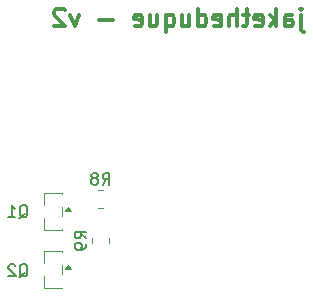
<source format=gbo>
G04 #@! TF.GenerationSoftware,KiCad,Pcbnew,9.0.7*
G04 #@! TF.CreationDate,2026-01-19T10:27:03-08:00*
G04 #@! TF.ProjectId,Tesla Ambient Lighting,5465736c-6120-4416-9d62-69656e74204c,rev?*
G04 #@! TF.SameCoordinates,Original*
G04 #@! TF.FileFunction,Legend,Bot*
G04 #@! TF.FilePolarity,Positive*
%FSLAX46Y46*%
G04 Gerber Fmt 4.6, Leading zero omitted, Abs format (unit mm)*
G04 Created by KiCad (PCBNEW 9.0.7) date 2026-01-19 10:27:03*
%MOMM*%
%LPD*%
G01*
G04 APERTURE LIST*
%ADD10C,0.300000*%
%ADD11C,0.150000*%
%ADD12C,0.120000*%
G04 APERTURE END LIST*
D10*
X166945489Y-80800828D02*
X166945489Y-82086542D01*
X166945489Y-82086542D02*
X167016917Y-82229400D01*
X167016917Y-82229400D02*
X167159774Y-82300828D01*
X167159774Y-82300828D02*
X167231203Y-82300828D01*
X166945489Y-80300828D02*
X167016917Y-80372257D01*
X167016917Y-80372257D02*
X166945489Y-80443685D01*
X166945489Y-80443685D02*
X166874060Y-80372257D01*
X166874060Y-80372257D02*
X166945489Y-80300828D01*
X166945489Y-80300828D02*
X166945489Y-80443685D01*
X165588346Y-81800828D02*
X165588346Y-81015114D01*
X165588346Y-81015114D02*
X165659774Y-80872257D01*
X165659774Y-80872257D02*
X165802631Y-80800828D01*
X165802631Y-80800828D02*
X166088346Y-80800828D01*
X166088346Y-80800828D02*
X166231203Y-80872257D01*
X165588346Y-81729400D02*
X165731203Y-81800828D01*
X165731203Y-81800828D02*
X166088346Y-81800828D01*
X166088346Y-81800828D02*
X166231203Y-81729400D01*
X166231203Y-81729400D02*
X166302631Y-81586542D01*
X166302631Y-81586542D02*
X166302631Y-81443685D01*
X166302631Y-81443685D02*
X166231203Y-81300828D01*
X166231203Y-81300828D02*
X166088346Y-81229400D01*
X166088346Y-81229400D02*
X165731203Y-81229400D01*
X165731203Y-81229400D02*
X165588346Y-81157971D01*
X164874060Y-81800828D02*
X164874060Y-80300828D01*
X164731203Y-81229400D02*
X164302631Y-81800828D01*
X164302631Y-80800828D02*
X164874060Y-81372257D01*
X163088345Y-81729400D02*
X163231202Y-81800828D01*
X163231202Y-81800828D02*
X163516917Y-81800828D01*
X163516917Y-81800828D02*
X163659774Y-81729400D01*
X163659774Y-81729400D02*
X163731202Y-81586542D01*
X163731202Y-81586542D02*
X163731202Y-81015114D01*
X163731202Y-81015114D02*
X163659774Y-80872257D01*
X163659774Y-80872257D02*
X163516917Y-80800828D01*
X163516917Y-80800828D02*
X163231202Y-80800828D01*
X163231202Y-80800828D02*
X163088345Y-80872257D01*
X163088345Y-80872257D02*
X163016917Y-81015114D01*
X163016917Y-81015114D02*
X163016917Y-81157971D01*
X163016917Y-81157971D02*
X163731202Y-81300828D01*
X162588345Y-80800828D02*
X162016917Y-80800828D01*
X162374060Y-80300828D02*
X162374060Y-81586542D01*
X162374060Y-81586542D02*
X162302631Y-81729400D01*
X162302631Y-81729400D02*
X162159774Y-81800828D01*
X162159774Y-81800828D02*
X162016917Y-81800828D01*
X161516917Y-81800828D02*
X161516917Y-80300828D01*
X160874060Y-81800828D02*
X160874060Y-81015114D01*
X160874060Y-81015114D02*
X160945488Y-80872257D01*
X160945488Y-80872257D02*
X161088345Y-80800828D01*
X161088345Y-80800828D02*
X161302631Y-80800828D01*
X161302631Y-80800828D02*
X161445488Y-80872257D01*
X161445488Y-80872257D02*
X161516917Y-80943685D01*
X159588345Y-81729400D02*
X159731202Y-81800828D01*
X159731202Y-81800828D02*
X160016917Y-81800828D01*
X160016917Y-81800828D02*
X160159774Y-81729400D01*
X160159774Y-81729400D02*
X160231202Y-81586542D01*
X160231202Y-81586542D02*
X160231202Y-81015114D01*
X160231202Y-81015114D02*
X160159774Y-80872257D01*
X160159774Y-80872257D02*
X160016917Y-80800828D01*
X160016917Y-80800828D02*
X159731202Y-80800828D01*
X159731202Y-80800828D02*
X159588345Y-80872257D01*
X159588345Y-80872257D02*
X159516917Y-81015114D01*
X159516917Y-81015114D02*
X159516917Y-81157971D01*
X159516917Y-81157971D02*
X160231202Y-81300828D01*
X158231203Y-81800828D02*
X158231203Y-80300828D01*
X158231203Y-81729400D02*
X158374060Y-81800828D01*
X158374060Y-81800828D02*
X158659774Y-81800828D01*
X158659774Y-81800828D02*
X158802631Y-81729400D01*
X158802631Y-81729400D02*
X158874060Y-81657971D01*
X158874060Y-81657971D02*
X158945488Y-81515114D01*
X158945488Y-81515114D02*
X158945488Y-81086542D01*
X158945488Y-81086542D02*
X158874060Y-80943685D01*
X158874060Y-80943685D02*
X158802631Y-80872257D01*
X158802631Y-80872257D02*
X158659774Y-80800828D01*
X158659774Y-80800828D02*
X158374060Y-80800828D01*
X158374060Y-80800828D02*
X158231203Y-80872257D01*
X156874060Y-80800828D02*
X156874060Y-81800828D01*
X157516917Y-80800828D02*
X157516917Y-81586542D01*
X157516917Y-81586542D02*
X157445488Y-81729400D01*
X157445488Y-81729400D02*
X157302631Y-81800828D01*
X157302631Y-81800828D02*
X157088345Y-81800828D01*
X157088345Y-81800828D02*
X156945488Y-81729400D01*
X156945488Y-81729400D02*
X156874060Y-81657971D01*
X155516917Y-80800828D02*
X155516917Y-82300828D01*
X155516917Y-81729400D02*
X155659774Y-81800828D01*
X155659774Y-81800828D02*
X155945488Y-81800828D01*
X155945488Y-81800828D02*
X156088345Y-81729400D01*
X156088345Y-81729400D02*
X156159774Y-81657971D01*
X156159774Y-81657971D02*
X156231202Y-81515114D01*
X156231202Y-81515114D02*
X156231202Y-81086542D01*
X156231202Y-81086542D02*
X156159774Y-80943685D01*
X156159774Y-80943685D02*
X156088345Y-80872257D01*
X156088345Y-80872257D02*
X155945488Y-80800828D01*
X155945488Y-80800828D02*
X155659774Y-80800828D01*
X155659774Y-80800828D02*
X155516917Y-80872257D01*
X154159774Y-80800828D02*
X154159774Y-81800828D01*
X154802631Y-80800828D02*
X154802631Y-81586542D01*
X154802631Y-81586542D02*
X154731202Y-81729400D01*
X154731202Y-81729400D02*
X154588345Y-81800828D01*
X154588345Y-81800828D02*
X154374059Y-81800828D01*
X154374059Y-81800828D02*
X154231202Y-81729400D01*
X154231202Y-81729400D02*
X154159774Y-81657971D01*
X152874059Y-81729400D02*
X153016916Y-81800828D01*
X153016916Y-81800828D02*
X153302631Y-81800828D01*
X153302631Y-81800828D02*
X153445488Y-81729400D01*
X153445488Y-81729400D02*
X153516916Y-81586542D01*
X153516916Y-81586542D02*
X153516916Y-81015114D01*
X153516916Y-81015114D02*
X153445488Y-80872257D01*
X153445488Y-80872257D02*
X153302631Y-80800828D01*
X153302631Y-80800828D02*
X153016916Y-80800828D01*
X153016916Y-80800828D02*
X152874059Y-80872257D01*
X152874059Y-80872257D02*
X152802631Y-81015114D01*
X152802631Y-81015114D02*
X152802631Y-81157971D01*
X152802631Y-81157971D02*
X153516916Y-81300828D01*
X151016917Y-81229400D02*
X149874060Y-81229400D01*
X148159774Y-80800828D02*
X147802631Y-81800828D01*
X147802631Y-81800828D02*
X147445488Y-80800828D01*
X146945488Y-80443685D02*
X146874060Y-80372257D01*
X146874060Y-80372257D02*
X146731203Y-80300828D01*
X146731203Y-80300828D02*
X146374060Y-80300828D01*
X146374060Y-80300828D02*
X146231203Y-80372257D01*
X146231203Y-80372257D02*
X146159774Y-80443685D01*
X146159774Y-80443685D02*
X146088345Y-80586542D01*
X146088345Y-80586542D02*
X146088345Y-80729400D01*
X146088345Y-80729400D02*
X146159774Y-80943685D01*
X146159774Y-80943685D02*
X147016917Y-81800828D01*
X147016917Y-81800828D02*
X146088345Y-81800828D01*
D11*
X148804819Y-99745833D02*
X148328628Y-99412500D01*
X148804819Y-99174405D02*
X147804819Y-99174405D01*
X147804819Y-99174405D02*
X147804819Y-99555357D01*
X147804819Y-99555357D02*
X147852438Y-99650595D01*
X147852438Y-99650595D02*
X147900057Y-99698214D01*
X147900057Y-99698214D02*
X147995295Y-99745833D01*
X147995295Y-99745833D02*
X148138152Y-99745833D01*
X148138152Y-99745833D02*
X148233390Y-99698214D01*
X148233390Y-99698214D02*
X148281009Y-99650595D01*
X148281009Y-99650595D02*
X148328628Y-99555357D01*
X148328628Y-99555357D02*
X148328628Y-99174405D01*
X148804819Y-100222024D02*
X148804819Y-100412500D01*
X148804819Y-100412500D02*
X148757200Y-100507738D01*
X148757200Y-100507738D02*
X148709580Y-100555357D01*
X148709580Y-100555357D02*
X148566723Y-100650595D01*
X148566723Y-100650595D02*
X148376247Y-100698214D01*
X148376247Y-100698214D02*
X147995295Y-100698214D01*
X147995295Y-100698214D02*
X147900057Y-100650595D01*
X147900057Y-100650595D02*
X147852438Y-100602976D01*
X147852438Y-100602976D02*
X147804819Y-100507738D01*
X147804819Y-100507738D02*
X147804819Y-100317262D01*
X147804819Y-100317262D02*
X147852438Y-100222024D01*
X147852438Y-100222024D02*
X147900057Y-100174405D01*
X147900057Y-100174405D02*
X147995295Y-100126786D01*
X147995295Y-100126786D02*
X148233390Y-100126786D01*
X148233390Y-100126786D02*
X148328628Y-100174405D01*
X148328628Y-100174405D02*
X148376247Y-100222024D01*
X148376247Y-100222024D02*
X148423866Y-100317262D01*
X148423866Y-100317262D02*
X148423866Y-100507738D01*
X148423866Y-100507738D02*
X148376247Y-100602976D01*
X148376247Y-100602976D02*
X148328628Y-100650595D01*
X148328628Y-100650595D02*
X148233390Y-100698214D01*
X143095238Y-103050057D02*
X143190476Y-103002438D01*
X143190476Y-103002438D02*
X143285714Y-102907200D01*
X143285714Y-102907200D02*
X143428571Y-102764342D01*
X143428571Y-102764342D02*
X143523809Y-102716723D01*
X143523809Y-102716723D02*
X143619047Y-102716723D01*
X143571428Y-102954819D02*
X143666666Y-102907200D01*
X143666666Y-102907200D02*
X143761904Y-102811961D01*
X143761904Y-102811961D02*
X143809523Y-102621485D01*
X143809523Y-102621485D02*
X143809523Y-102288152D01*
X143809523Y-102288152D02*
X143761904Y-102097676D01*
X143761904Y-102097676D02*
X143666666Y-102002438D01*
X143666666Y-102002438D02*
X143571428Y-101954819D01*
X143571428Y-101954819D02*
X143380952Y-101954819D01*
X143380952Y-101954819D02*
X143285714Y-102002438D01*
X143285714Y-102002438D02*
X143190476Y-102097676D01*
X143190476Y-102097676D02*
X143142857Y-102288152D01*
X143142857Y-102288152D02*
X143142857Y-102621485D01*
X143142857Y-102621485D02*
X143190476Y-102811961D01*
X143190476Y-102811961D02*
X143285714Y-102907200D01*
X143285714Y-102907200D02*
X143380952Y-102954819D01*
X143380952Y-102954819D02*
X143571428Y-102954819D01*
X142761904Y-102050057D02*
X142714285Y-102002438D01*
X142714285Y-102002438D02*
X142619047Y-101954819D01*
X142619047Y-101954819D02*
X142380952Y-101954819D01*
X142380952Y-101954819D02*
X142285714Y-102002438D01*
X142285714Y-102002438D02*
X142238095Y-102050057D01*
X142238095Y-102050057D02*
X142190476Y-102145295D01*
X142190476Y-102145295D02*
X142190476Y-102240533D01*
X142190476Y-102240533D02*
X142238095Y-102383390D01*
X142238095Y-102383390D02*
X142809523Y-102954819D01*
X142809523Y-102954819D02*
X142190476Y-102954819D01*
X150166666Y-95217319D02*
X150499999Y-94741128D01*
X150738094Y-95217319D02*
X150738094Y-94217319D01*
X150738094Y-94217319D02*
X150357142Y-94217319D01*
X150357142Y-94217319D02*
X150261904Y-94264938D01*
X150261904Y-94264938D02*
X150214285Y-94312557D01*
X150214285Y-94312557D02*
X150166666Y-94407795D01*
X150166666Y-94407795D02*
X150166666Y-94550652D01*
X150166666Y-94550652D02*
X150214285Y-94645890D01*
X150214285Y-94645890D02*
X150261904Y-94693509D01*
X150261904Y-94693509D02*
X150357142Y-94741128D01*
X150357142Y-94741128D02*
X150738094Y-94741128D01*
X149595237Y-94645890D02*
X149690475Y-94598271D01*
X149690475Y-94598271D02*
X149738094Y-94550652D01*
X149738094Y-94550652D02*
X149785713Y-94455414D01*
X149785713Y-94455414D02*
X149785713Y-94407795D01*
X149785713Y-94407795D02*
X149738094Y-94312557D01*
X149738094Y-94312557D02*
X149690475Y-94264938D01*
X149690475Y-94264938D02*
X149595237Y-94217319D01*
X149595237Y-94217319D02*
X149404761Y-94217319D01*
X149404761Y-94217319D02*
X149309523Y-94264938D01*
X149309523Y-94264938D02*
X149261904Y-94312557D01*
X149261904Y-94312557D02*
X149214285Y-94407795D01*
X149214285Y-94407795D02*
X149214285Y-94455414D01*
X149214285Y-94455414D02*
X149261904Y-94550652D01*
X149261904Y-94550652D02*
X149309523Y-94598271D01*
X149309523Y-94598271D02*
X149404761Y-94645890D01*
X149404761Y-94645890D02*
X149595237Y-94645890D01*
X149595237Y-94645890D02*
X149690475Y-94693509D01*
X149690475Y-94693509D02*
X149738094Y-94741128D01*
X149738094Y-94741128D02*
X149785713Y-94836366D01*
X149785713Y-94836366D02*
X149785713Y-95026842D01*
X149785713Y-95026842D02*
X149738094Y-95122080D01*
X149738094Y-95122080D02*
X149690475Y-95169700D01*
X149690475Y-95169700D02*
X149595237Y-95217319D01*
X149595237Y-95217319D02*
X149404761Y-95217319D01*
X149404761Y-95217319D02*
X149309523Y-95169700D01*
X149309523Y-95169700D02*
X149261904Y-95122080D01*
X149261904Y-95122080D02*
X149214285Y-95026842D01*
X149214285Y-95026842D02*
X149214285Y-94836366D01*
X149214285Y-94836366D02*
X149261904Y-94741128D01*
X149261904Y-94741128D02*
X149309523Y-94693509D01*
X149309523Y-94693509D02*
X149404761Y-94645890D01*
X143095238Y-98050057D02*
X143190476Y-98002438D01*
X143190476Y-98002438D02*
X143285714Y-97907200D01*
X143285714Y-97907200D02*
X143428571Y-97764342D01*
X143428571Y-97764342D02*
X143523809Y-97716723D01*
X143523809Y-97716723D02*
X143619047Y-97716723D01*
X143571428Y-97954819D02*
X143666666Y-97907200D01*
X143666666Y-97907200D02*
X143761904Y-97811961D01*
X143761904Y-97811961D02*
X143809523Y-97621485D01*
X143809523Y-97621485D02*
X143809523Y-97288152D01*
X143809523Y-97288152D02*
X143761904Y-97097676D01*
X143761904Y-97097676D02*
X143666666Y-97002438D01*
X143666666Y-97002438D02*
X143571428Y-96954819D01*
X143571428Y-96954819D02*
X143380952Y-96954819D01*
X143380952Y-96954819D02*
X143285714Y-97002438D01*
X143285714Y-97002438D02*
X143190476Y-97097676D01*
X143190476Y-97097676D02*
X143142857Y-97288152D01*
X143142857Y-97288152D02*
X143142857Y-97621485D01*
X143142857Y-97621485D02*
X143190476Y-97811961D01*
X143190476Y-97811961D02*
X143285714Y-97907200D01*
X143285714Y-97907200D02*
X143380952Y-97954819D01*
X143380952Y-97954819D02*
X143571428Y-97954819D01*
X142190476Y-97954819D02*
X142761904Y-97954819D01*
X142476190Y-97954819D02*
X142476190Y-96954819D01*
X142476190Y-96954819D02*
X142571428Y-97097676D01*
X142571428Y-97097676D02*
X142666666Y-97192914D01*
X142666666Y-97192914D02*
X142761904Y-97240533D01*
D12*
G04 #@! TO.C,R9*
X149265000Y-99685436D02*
X149265000Y-100139564D01*
X150735000Y-99685436D02*
X150735000Y-100139564D01*
G04 #@! TO.C,Q2*
X145177500Y-100852500D02*
X145177500Y-101852500D01*
X145177500Y-102972500D02*
X145177500Y-103972500D01*
X145177500Y-103972500D02*
X146697500Y-103972500D01*
X146697500Y-100852500D02*
X145177500Y-100852500D01*
X146697500Y-100902500D02*
X146697500Y-100852500D01*
X146697500Y-102802500D02*
X146697500Y-102022500D01*
X146697500Y-103972500D02*
X146697500Y-103922500D01*
X147477500Y-102362500D02*
X146997500Y-102362500D01*
X147237500Y-102032500D01*
X147477500Y-102362500D01*
G36*
X147477500Y-102362500D02*
G01*
X146997500Y-102362500D01*
X147237500Y-102032500D01*
X147477500Y-102362500D01*
G37*
G04 #@! TO.C,R8*
X150227064Y-95677500D02*
X149772936Y-95677500D01*
X150227064Y-97147500D02*
X149772936Y-97147500D01*
G04 #@! TO.C,Q1*
X145177500Y-95902500D02*
X145177500Y-96902500D01*
X145177500Y-98022500D02*
X145177500Y-99022500D01*
X145177500Y-99022500D02*
X146697500Y-99022500D01*
X146697500Y-95902500D02*
X145177500Y-95902500D01*
X146697500Y-95952500D02*
X146697500Y-95902500D01*
X146697500Y-97852500D02*
X146697500Y-97072500D01*
X146697500Y-99022500D02*
X146697500Y-98972500D01*
X147477500Y-97412500D02*
X146997500Y-97412500D01*
X147237500Y-97082500D01*
X147477500Y-97412500D01*
G36*
X147477500Y-97412500D02*
G01*
X146997500Y-97412500D01*
X147237500Y-97082500D01*
X147477500Y-97412500D01*
G37*
G04 #@! TD*
M02*

</source>
